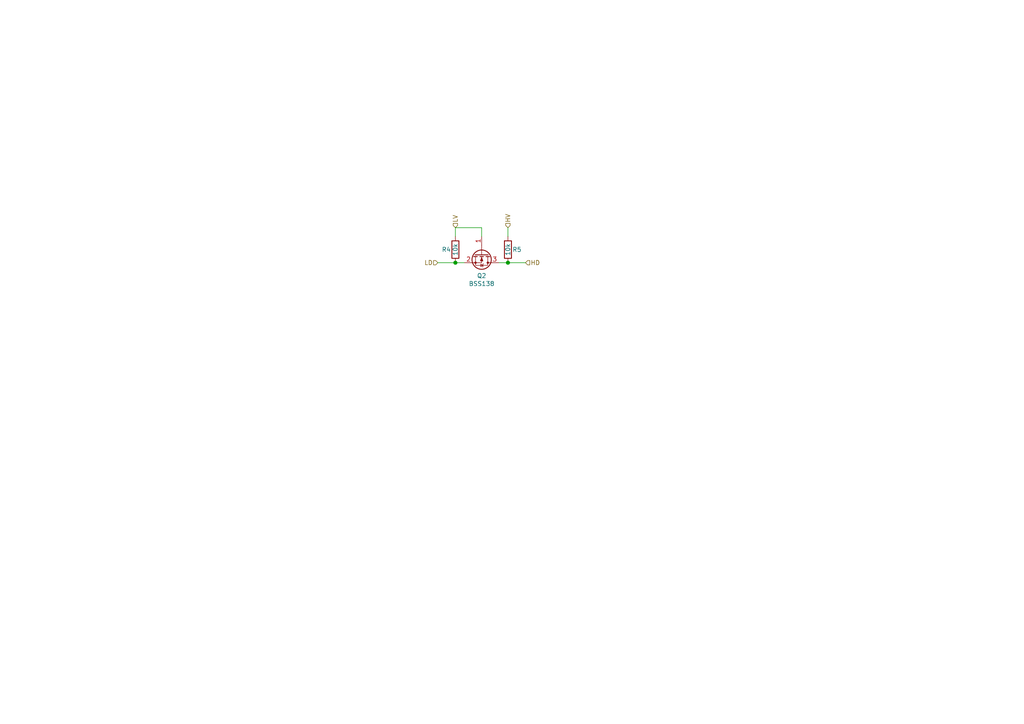
<source format=kicad_sch>
(kicad_sch (version 20211123) (generator eeschema)
  (paper "A4")
  (lib_symbols
    (symbol "Device:R" (pin_numbers hide) (pin_names (offset 0))
      (property "Reference" "R" (at 2.032 0 90))
      (property "Value" "R" (at 0 0 90))
      (symbol "R_0_1"
        (rectangle (start -1.016 -2.54) (end 1.016 2.54) (stroke (width 0.254)))
      )
      (symbol "R_1_1"
        (pin passive line (at 0 3.81 270) (length 1.27) (name "~") (number "1"))
        (pin passive line (at 0 -3.81 90) (length 1.27) (name "~") (number "2"))
      )
    )
    (symbol "Transistor_FET:BSS138" (pin_names hide)
      (property "Reference" "Q" (at 5.08 1.905 0))
      (property "Value" "BSS138" (at 5.08 0 0))
      (symbol "BSS138_0_1"
        (polyline (pts (xy 0.254 0) (xy -2.54 0)))
        (polyline (pts (xy 0.254 1.905) (xy 0.254 -1.905)) (stroke (width 0.254)))
        (polyline (pts (xy 0.762 -1.27) (xy 0.762 -2.286)) (stroke (width 0.254)))
        (polyline (pts (xy 0.762 0.508) (xy 0.762 -0.508)) (stroke (width 0.254)))
        (polyline (pts (xy 0.762 2.286) (xy 0.762 1.27)) (stroke (width 0.254)))
        (polyline (pts (xy 2.54 2.54) (xy 2.54 1.778)))
        (polyline (pts (xy 2.54 -2.54) (xy 2.54 0) (xy 0.762 0)))
        (polyline (pts (xy 0.762 -1.778) (xy 3.302 -1.778) (xy 3.302 1.778) (xy 0.762 1.778)))
        (polyline (pts (xy 1.016 0) (xy 2.032 0.381) (xy 2.032 -0.381) (xy 1.016 0)) (fill (type outline)))
        (polyline (pts (xy 2.794 0.508) (xy 2.921 0.381) (xy 3.683 0.381) (xy 3.81 0.254)))
        (polyline (pts (xy 3.302 0.381) (xy 2.921 -0.254) (xy 3.683 -0.254) (xy 3.302 0.381)))
        (circle (center 1.651 0) (radius 2.794) (stroke (width 0.254)))
        (circle (center 2.54 -1.778) (radius 0.254) (fill (type outline)))
        (circle (center 2.54 1.778) (radius 0.254) (fill (type outline)))
      )
      (symbol "BSS138_1_1"
        (pin input line (at -5.08 0 0) (length 2.54) (name "G") (number "1"))
        (pin passive line (at 2.54 -5.08 90) (length 2.54) (name "S") (number "2"))
        (pin passive line (at 2.54 5.08 270) (length 2.54) (name "D") (number "3"))
      )
    )
  )
  (junction (at 132.08 76.2) (diameter 1.016))
  (junction (at 147.32 76.2) (diameter 1.016))
  (wire (pts (xy 144.78 76.2) (xy 147.32 76.2)))
  (wire (pts (xy 132.08 76.2) (xy 134.62 76.2)))
  (wire (pts (xy 147.32 76.2) (xy 152.4 76.2)))
  (wire (pts (xy 132.08 76.2) (xy 127 76.2)))
  (wire (pts (xy 139.7 66.04) (xy 132.08 66.04)))
  (wire (pts (xy 147.32 68.58) (xy 147.32 66.04)))
  (wire (pts (xy 139.7 68.58) (xy 139.7 66.04)))
  (wire (pts (xy 132.08 66.04) (xy 132.08 68.58)))
  (hierarchical_label "HV" (shape input) (at 147.32 66.04 90))
  (hierarchical_label "LV" (shape input) (at 132.08 66.04 90))
  (hierarchical_label "HD" (shape input) (at 152.4 76.2 0))
  (hierarchical_label "LD" (shape input) (at 127 76.2 180))
  (symbol (lib_id "Transistor_FET:BSS138") (at 139.7 73.66 270) (unit 1)
    (property "Reference" "Q2" (at 139.7 79.9846 90))
    (property "Value" "BSS138" (at 139.7 82.296 90))
    (property "Footprint" "Package_TO_SOT_SMD:SOT-23" (effects hide))
    (property "Datasheet" "https://www.fairchildsemi.com/datasheets/BS/BSS138.pdf" (effects hide))
  )
  (symbol (lib_id "Device:R") (at 132.08 72.39 0) (unit 1)
    (property "Reference" "R4" (at 130.81 72.39 0) (effects (justify right)))
    (property "Value" "10k" (at 132.08 72.39 90))
    (property "Footprint" "Resistor_SMD:R_0805_2012Metric_Pad1.20x1.40mm_HandSolder" (effects hide))
  )
  (symbol (lib_id "Device:R") (at 147.32 72.39 0) (unit 1)
    (property "Reference" "R5" (at 148.59 72.39 0) (effects (justify left)))
    (property "Value" "10k" (at 147.32 72.39 90))
    (property "Footprint" "Resistor_SMD:R_0805_2012Metric_Pad1.20x1.40mm_HandSolder" (effects hide))
  )
)
</source>
